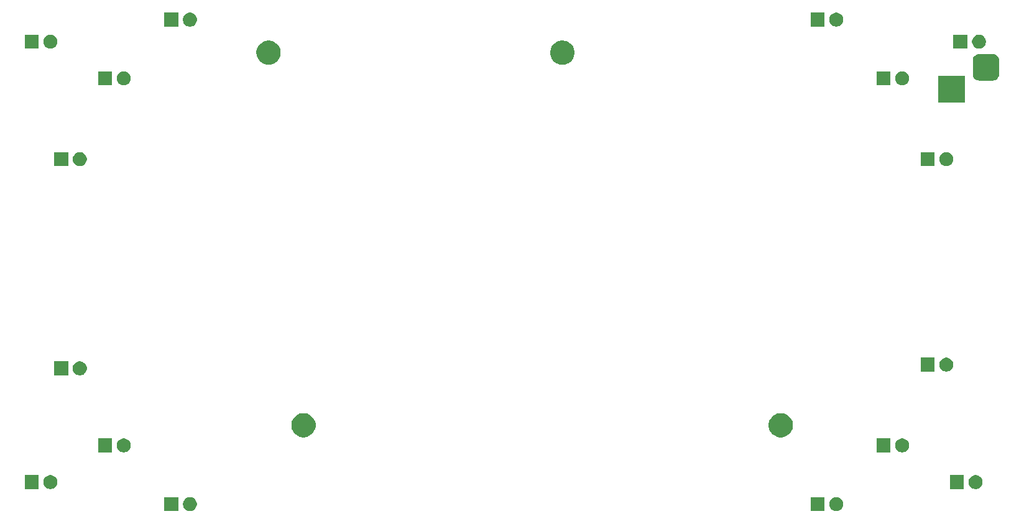
<source format=gbr>
G04 #@! TF.GenerationSoftware,KiCad,Pcbnew,(5.1.5)-3*
G04 #@! TF.CreationDate,2021-05-10T18:35:56+02:00*
G04 #@! TF.ProjectId,kicad,6b696361-642e-46b6-9963-61645f706362,rev?*
G04 #@! TF.SameCoordinates,Original*
G04 #@! TF.FileFunction,Soldermask,Top*
G04 #@! TF.FilePolarity,Negative*
%FSLAX46Y46*%
G04 Gerber Fmt 4.6, Leading zero omitted, Abs format (unit mm)*
G04 Created by KiCad (PCBNEW (5.1.5)-3) date 2021-05-10 18:35:56*
%MOMM*%
%LPD*%
G04 APERTURE LIST*
%ADD10C,0.100000*%
G04 APERTURE END LIST*
D10*
G36*
X91567395Y-147085546D02*
G01*
X91740466Y-147157234D01*
X91740467Y-147157235D01*
X91896227Y-147261310D01*
X92028690Y-147393773D01*
X92028691Y-147393775D01*
X92132766Y-147549534D01*
X92204454Y-147722605D01*
X92241000Y-147906333D01*
X92241000Y-148093667D01*
X92204454Y-148277395D01*
X92132766Y-148450466D01*
X92132765Y-148450467D01*
X92028690Y-148606227D01*
X91896227Y-148738690D01*
X91817818Y-148791081D01*
X91740466Y-148842766D01*
X91567395Y-148914454D01*
X91383667Y-148951000D01*
X91196333Y-148951000D01*
X91012605Y-148914454D01*
X90839534Y-148842766D01*
X90762182Y-148791081D01*
X90683773Y-148738690D01*
X90551310Y-148606227D01*
X90447235Y-148450467D01*
X90447234Y-148450466D01*
X90375546Y-148277395D01*
X90339000Y-148093667D01*
X90339000Y-147906333D01*
X90375546Y-147722605D01*
X90447234Y-147549534D01*
X90551309Y-147393775D01*
X90551310Y-147393773D01*
X90683773Y-147261310D01*
X90839533Y-147157235D01*
X90839534Y-147157234D01*
X91012605Y-147085546D01*
X91196333Y-147049000D01*
X91383667Y-147049000D01*
X91567395Y-147085546D01*
G37*
G36*
X177701000Y-148951000D02*
G01*
X175799000Y-148951000D01*
X175799000Y-147049000D01*
X177701000Y-147049000D01*
X177701000Y-148951000D01*
G37*
G36*
X179567395Y-147085546D02*
G01*
X179740466Y-147157234D01*
X179740467Y-147157235D01*
X179896227Y-147261310D01*
X180028690Y-147393773D01*
X180028691Y-147393775D01*
X180132766Y-147549534D01*
X180204454Y-147722605D01*
X180241000Y-147906333D01*
X180241000Y-148093667D01*
X180204454Y-148277395D01*
X180132766Y-148450466D01*
X180132765Y-148450467D01*
X180028690Y-148606227D01*
X179896227Y-148738690D01*
X179817818Y-148791081D01*
X179740466Y-148842766D01*
X179567395Y-148914454D01*
X179383667Y-148951000D01*
X179196333Y-148951000D01*
X179012605Y-148914454D01*
X178839534Y-148842766D01*
X178762182Y-148791081D01*
X178683773Y-148738690D01*
X178551310Y-148606227D01*
X178447235Y-148450467D01*
X178447234Y-148450466D01*
X178375546Y-148277395D01*
X178339000Y-148093667D01*
X178339000Y-147906333D01*
X178375546Y-147722605D01*
X178447234Y-147549534D01*
X178551309Y-147393775D01*
X178551310Y-147393773D01*
X178683773Y-147261310D01*
X178839533Y-147157235D01*
X178839534Y-147157234D01*
X179012605Y-147085546D01*
X179196333Y-147049000D01*
X179383667Y-147049000D01*
X179567395Y-147085546D01*
G37*
G36*
X89701000Y-148951000D02*
G01*
X87799000Y-148951000D01*
X87799000Y-147049000D01*
X89701000Y-147049000D01*
X89701000Y-148951000D01*
G37*
G36*
X196701000Y-145951000D02*
G01*
X194799000Y-145951000D01*
X194799000Y-144049000D01*
X196701000Y-144049000D01*
X196701000Y-145951000D01*
G37*
G36*
X72567395Y-144085546D02*
G01*
X72740466Y-144157234D01*
X72740467Y-144157235D01*
X72896227Y-144261310D01*
X73028690Y-144393773D01*
X73028691Y-144393775D01*
X73132766Y-144549534D01*
X73204454Y-144722605D01*
X73241000Y-144906333D01*
X73241000Y-145093667D01*
X73204454Y-145277395D01*
X73132766Y-145450466D01*
X73132765Y-145450467D01*
X73028690Y-145606227D01*
X72896227Y-145738690D01*
X72817818Y-145791081D01*
X72740466Y-145842766D01*
X72567395Y-145914454D01*
X72383667Y-145951000D01*
X72196333Y-145951000D01*
X72012605Y-145914454D01*
X71839534Y-145842766D01*
X71762182Y-145791081D01*
X71683773Y-145738690D01*
X71551310Y-145606227D01*
X71447235Y-145450467D01*
X71447234Y-145450466D01*
X71375546Y-145277395D01*
X71339000Y-145093667D01*
X71339000Y-144906333D01*
X71375546Y-144722605D01*
X71447234Y-144549534D01*
X71551309Y-144393775D01*
X71551310Y-144393773D01*
X71683773Y-144261310D01*
X71839533Y-144157235D01*
X71839534Y-144157234D01*
X72012605Y-144085546D01*
X72196333Y-144049000D01*
X72383667Y-144049000D01*
X72567395Y-144085546D01*
G37*
G36*
X70701000Y-145951000D02*
G01*
X68799000Y-145951000D01*
X68799000Y-144049000D01*
X70701000Y-144049000D01*
X70701000Y-145951000D01*
G37*
G36*
X198567395Y-144085546D02*
G01*
X198740466Y-144157234D01*
X198740467Y-144157235D01*
X198896227Y-144261310D01*
X199028690Y-144393773D01*
X199028691Y-144393775D01*
X199132766Y-144549534D01*
X199204454Y-144722605D01*
X199241000Y-144906333D01*
X199241000Y-145093667D01*
X199204454Y-145277395D01*
X199132766Y-145450466D01*
X199132765Y-145450467D01*
X199028690Y-145606227D01*
X198896227Y-145738690D01*
X198817818Y-145791081D01*
X198740466Y-145842766D01*
X198567395Y-145914454D01*
X198383667Y-145951000D01*
X198196333Y-145951000D01*
X198012605Y-145914454D01*
X197839534Y-145842766D01*
X197762182Y-145791081D01*
X197683773Y-145738690D01*
X197551310Y-145606227D01*
X197447235Y-145450467D01*
X197447234Y-145450466D01*
X197375546Y-145277395D01*
X197339000Y-145093667D01*
X197339000Y-144906333D01*
X197375546Y-144722605D01*
X197447234Y-144549534D01*
X197551309Y-144393775D01*
X197551310Y-144393773D01*
X197683773Y-144261310D01*
X197839533Y-144157235D01*
X197839534Y-144157234D01*
X198012605Y-144085546D01*
X198196333Y-144049000D01*
X198383667Y-144049000D01*
X198567395Y-144085546D01*
G37*
G36*
X80701000Y-140951000D02*
G01*
X78799000Y-140951000D01*
X78799000Y-139049000D01*
X80701000Y-139049000D01*
X80701000Y-140951000D01*
G37*
G36*
X82567395Y-139085546D02*
G01*
X82740466Y-139157234D01*
X82740467Y-139157235D01*
X82896227Y-139261310D01*
X83028690Y-139393773D01*
X83028691Y-139393775D01*
X83132766Y-139549534D01*
X83204454Y-139722605D01*
X83241000Y-139906333D01*
X83241000Y-140093667D01*
X83204454Y-140277395D01*
X83132766Y-140450466D01*
X83132765Y-140450467D01*
X83028690Y-140606227D01*
X82896227Y-140738690D01*
X82817818Y-140791081D01*
X82740466Y-140842766D01*
X82567395Y-140914454D01*
X82383667Y-140951000D01*
X82196333Y-140951000D01*
X82012605Y-140914454D01*
X81839534Y-140842766D01*
X81762182Y-140791081D01*
X81683773Y-140738690D01*
X81551310Y-140606227D01*
X81447235Y-140450467D01*
X81447234Y-140450466D01*
X81375546Y-140277395D01*
X81339000Y-140093667D01*
X81339000Y-139906333D01*
X81375546Y-139722605D01*
X81447234Y-139549534D01*
X81551309Y-139393775D01*
X81551310Y-139393773D01*
X81683773Y-139261310D01*
X81839533Y-139157235D01*
X81839534Y-139157234D01*
X82012605Y-139085546D01*
X82196333Y-139049000D01*
X82383667Y-139049000D01*
X82567395Y-139085546D01*
G37*
G36*
X186701000Y-140951000D02*
G01*
X184799000Y-140951000D01*
X184799000Y-139049000D01*
X186701000Y-139049000D01*
X186701000Y-140951000D01*
G37*
G36*
X188567395Y-139085546D02*
G01*
X188740466Y-139157234D01*
X188740467Y-139157235D01*
X188896227Y-139261310D01*
X189028690Y-139393773D01*
X189028691Y-139393775D01*
X189132766Y-139549534D01*
X189204454Y-139722605D01*
X189241000Y-139906333D01*
X189241000Y-140093667D01*
X189204454Y-140277395D01*
X189132766Y-140450466D01*
X189132765Y-140450467D01*
X189028690Y-140606227D01*
X188896227Y-140738690D01*
X188817818Y-140791081D01*
X188740466Y-140842766D01*
X188567395Y-140914454D01*
X188383667Y-140951000D01*
X188196333Y-140951000D01*
X188012605Y-140914454D01*
X187839534Y-140842766D01*
X187762182Y-140791081D01*
X187683773Y-140738690D01*
X187551310Y-140606227D01*
X187447235Y-140450467D01*
X187447234Y-140450466D01*
X187375546Y-140277395D01*
X187339000Y-140093667D01*
X187339000Y-139906333D01*
X187375546Y-139722605D01*
X187447234Y-139549534D01*
X187551309Y-139393775D01*
X187551310Y-139393773D01*
X187683773Y-139261310D01*
X187839533Y-139157235D01*
X187839534Y-139157234D01*
X188012605Y-139085546D01*
X188196333Y-139049000D01*
X188383667Y-139049000D01*
X188567395Y-139085546D01*
G37*
G36*
X107125256Y-135641298D02*
G01*
X107231579Y-135662447D01*
X107532042Y-135786903D01*
X107802451Y-135967585D01*
X108032415Y-136197549D01*
X108213097Y-136467958D01*
X108337553Y-136768421D01*
X108401000Y-137087391D01*
X108401000Y-137412609D01*
X108337553Y-137731579D01*
X108213097Y-138032042D01*
X108032415Y-138302451D01*
X107802451Y-138532415D01*
X107532042Y-138713097D01*
X107231579Y-138837553D01*
X107125256Y-138858702D01*
X106912611Y-138901000D01*
X106587389Y-138901000D01*
X106374744Y-138858702D01*
X106268421Y-138837553D01*
X105967958Y-138713097D01*
X105697549Y-138532415D01*
X105467585Y-138302451D01*
X105286903Y-138032042D01*
X105162447Y-137731579D01*
X105099000Y-137412609D01*
X105099000Y-137087391D01*
X105162447Y-136768421D01*
X105286903Y-136467958D01*
X105467585Y-136197549D01*
X105697549Y-135967585D01*
X105967958Y-135786903D01*
X106268421Y-135662447D01*
X106374744Y-135641298D01*
X106587389Y-135599000D01*
X106912611Y-135599000D01*
X107125256Y-135641298D01*
G37*
G36*
X172125256Y-135641298D02*
G01*
X172231579Y-135662447D01*
X172532042Y-135786903D01*
X172802451Y-135967585D01*
X173032415Y-136197549D01*
X173213097Y-136467958D01*
X173337553Y-136768421D01*
X173401000Y-137087391D01*
X173401000Y-137412609D01*
X173337553Y-137731579D01*
X173213097Y-138032042D01*
X173032415Y-138302451D01*
X172802451Y-138532415D01*
X172532042Y-138713097D01*
X172231579Y-138837553D01*
X172125256Y-138858702D01*
X171912611Y-138901000D01*
X171587389Y-138901000D01*
X171374744Y-138858702D01*
X171268421Y-138837553D01*
X170967958Y-138713097D01*
X170697549Y-138532415D01*
X170467585Y-138302451D01*
X170286903Y-138032042D01*
X170162447Y-137731579D01*
X170099000Y-137412609D01*
X170099000Y-137087391D01*
X170162447Y-136768421D01*
X170286903Y-136467958D01*
X170467585Y-136197549D01*
X170697549Y-135967585D01*
X170967958Y-135786903D01*
X171268421Y-135662447D01*
X171374744Y-135641298D01*
X171587389Y-135599000D01*
X171912611Y-135599000D01*
X172125256Y-135641298D01*
G37*
G36*
X74701000Y-130451000D02*
G01*
X72799000Y-130451000D01*
X72799000Y-128549000D01*
X74701000Y-128549000D01*
X74701000Y-130451000D01*
G37*
G36*
X76567395Y-128585546D02*
G01*
X76740466Y-128657234D01*
X76740467Y-128657235D01*
X76896227Y-128761310D01*
X77028690Y-128893773D01*
X77081081Y-128972182D01*
X77132766Y-129049534D01*
X77204454Y-129222605D01*
X77241000Y-129406333D01*
X77241000Y-129593667D01*
X77204454Y-129777395D01*
X77132766Y-129950466D01*
X77132765Y-129950467D01*
X77028690Y-130106227D01*
X76896227Y-130238690D01*
X76817818Y-130291081D01*
X76740466Y-130342766D01*
X76567395Y-130414454D01*
X76383667Y-130451000D01*
X76196333Y-130451000D01*
X76012605Y-130414454D01*
X75839534Y-130342766D01*
X75762182Y-130291081D01*
X75683773Y-130238690D01*
X75551310Y-130106227D01*
X75447235Y-129950467D01*
X75447234Y-129950466D01*
X75375546Y-129777395D01*
X75339000Y-129593667D01*
X75339000Y-129406333D01*
X75375546Y-129222605D01*
X75447234Y-129049534D01*
X75498919Y-128972182D01*
X75551310Y-128893773D01*
X75683773Y-128761310D01*
X75839533Y-128657235D01*
X75839534Y-128657234D01*
X76012605Y-128585546D01*
X76196333Y-128549000D01*
X76383667Y-128549000D01*
X76567395Y-128585546D01*
G37*
G36*
X194567395Y-128085546D02*
G01*
X194740466Y-128157234D01*
X194740467Y-128157235D01*
X194896227Y-128261310D01*
X195028690Y-128393773D01*
X195028691Y-128393775D01*
X195132766Y-128549534D01*
X195204454Y-128722605D01*
X195241000Y-128906333D01*
X195241000Y-129093667D01*
X195204454Y-129277395D01*
X195132766Y-129450466D01*
X195132765Y-129450467D01*
X195028690Y-129606227D01*
X194896227Y-129738690D01*
X194838299Y-129777396D01*
X194740466Y-129842766D01*
X194567395Y-129914454D01*
X194383667Y-129951000D01*
X194196333Y-129951000D01*
X194012605Y-129914454D01*
X193839534Y-129842766D01*
X193741701Y-129777396D01*
X193683773Y-129738690D01*
X193551310Y-129606227D01*
X193447235Y-129450467D01*
X193447234Y-129450466D01*
X193375546Y-129277395D01*
X193339000Y-129093667D01*
X193339000Y-128906333D01*
X193375546Y-128722605D01*
X193447234Y-128549534D01*
X193551309Y-128393775D01*
X193551310Y-128393773D01*
X193683773Y-128261310D01*
X193839533Y-128157235D01*
X193839534Y-128157234D01*
X194012605Y-128085546D01*
X194196333Y-128049000D01*
X194383667Y-128049000D01*
X194567395Y-128085546D01*
G37*
G36*
X192701000Y-129951000D02*
G01*
X190799000Y-129951000D01*
X190799000Y-128049000D01*
X192701000Y-128049000D01*
X192701000Y-129951000D01*
G37*
G36*
X74701000Y-101951000D02*
G01*
X72799000Y-101951000D01*
X72799000Y-100049000D01*
X74701000Y-100049000D01*
X74701000Y-101951000D01*
G37*
G36*
X194567395Y-100085546D02*
G01*
X194740466Y-100157234D01*
X194740467Y-100157235D01*
X194896227Y-100261310D01*
X195028690Y-100393773D01*
X195028691Y-100393775D01*
X195132766Y-100549534D01*
X195204454Y-100722605D01*
X195241000Y-100906333D01*
X195241000Y-101093667D01*
X195204454Y-101277395D01*
X195132766Y-101450466D01*
X195132765Y-101450467D01*
X195028690Y-101606227D01*
X194896227Y-101738690D01*
X194817818Y-101791081D01*
X194740466Y-101842766D01*
X194567395Y-101914454D01*
X194383667Y-101951000D01*
X194196333Y-101951000D01*
X194012605Y-101914454D01*
X193839534Y-101842766D01*
X193762182Y-101791081D01*
X193683773Y-101738690D01*
X193551310Y-101606227D01*
X193447235Y-101450467D01*
X193447234Y-101450466D01*
X193375546Y-101277395D01*
X193339000Y-101093667D01*
X193339000Y-100906333D01*
X193375546Y-100722605D01*
X193447234Y-100549534D01*
X193551309Y-100393775D01*
X193551310Y-100393773D01*
X193683773Y-100261310D01*
X193839533Y-100157235D01*
X193839534Y-100157234D01*
X194012605Y-100085546D01*
X194196333Y-100049000D01*
X194383667Y-100049000D01*
X194567395Y-100085546D01*
G37*
G36*
X76567395Y-100085546D02*
G01*
X76740466Y-100157234D01*
X76740467Y-100157235D01*
X76896227Y-100261310D01*
X77028690Y-100393773D01*
X77028691Y-100393775D01*
X77132766Y-100549534D01*
X77204454Y-100722605D01*
X77241000Y-100906333D01*
X77241000Y-101093667D01*
X77204454Y-101277395D01*
X77132766Y-101450466D01*
X77132765Y-101450467D01*
X77028690Y-101606227D01*
X76896227Y-101738690D01*
X76817818Y-101791081D01*
X76740466Y-101842766D01*
X76567395Y-101914454D01*
X76383667Y-101951000D01*
X76196333Y-101951000D01*
X76012605Y-101914454D01*
X75839534Y-101842766D01*
X75762182Y-101791081D01*
X75683773Y-101738690D01*
X75551310Y-101606227D01*
X75447235Y-101450467D01*
X75447234Y-101450466D01*
X75375546Y-101277395D01*
X75339000Y-101093667D01*
X75339000Y-100906333D01*
X75375546Y-100722605D01*
X75447234Y-100549534D01*
X75551309Y-100393775D01*
X75551310Y-100393773D01*
X75683773Y-100261310D01*
X75839533Y-100157235D01*
X75839534Y-100157234D01*
X76012605Y-100085546D01*
X76196333Y-100049000D01*
X76383667Y-100049000D01*
X76567395Y-100085546D01*
G37*
G36*
X192701000Y-101951000D02*
G01*
X190799000Y-101951000D01*
X190799000Y-100049000D01*
X192701000Y-100049000D01*
X192701000Y-101951000D01*
G37*
G36*
X196801000Y-93301000D02*
G01*
X193199000Y-93301000D01*
X193199000Y-89699000D01*
X196801000Y-89699000D01*
X196801000Y-93301000D01*
G37*
G36*
X82567395Y-89085546D02*
G01*
X82740466Y-89157234D01*
X82740467Y-89157235D01*
X82896227Y-89261310D01*
X83028690Y-89393773D01*
X83028691Y-89393775D01*
X83132766Y-89549534D01*
X83204454Y-89722605D01*
X83241000Y-89906333D01*
X83241000Y-90093667D01*
X83204454Y-90277395D01*
X83132766Y-90450466D01*
X83132765Y-90450467D01*
X83028690Y-90606227D01*
X82896227Y-90738690D01*
X82817818Y-90791081D01*
X82740466Y-90842766D01*
X82567395Y-90914454D01*
X82383667Y-90951000D01*
X82196333Y-90951000D01*
X82012605Y-90914454D01*
X81839534Y-90842766D01*
X81762182Y-90791081D01*
X81683773Y-90738690D01*
X81551310Y-90606227D01*
X81447235Y-90450467D01*
X81447234Y-90450466D01*
X81375546Y-90277395D01*
X81339000Y-90093667D01*
X81339000Y-89906333D01*
X81375546Y-89722605D01*
X81447234Y-89549534D01*
X81551309Y-89393775D01*
X81551310Y-89393773D01*
X81683773Y-89261310D01*
X81839533Y-89157235D01*
X81839534Y-89157234D01*
X82012605Y-89085546D01*
X82196333Y-89049000D01*
X82383667Y-89049000D01*
X82567395Y-89085546D01*
G37*
G36*
X80701000Y-90951000D02*
G01*
X78799000Y-90951000D01*
X78799000Y-89049000D01*
X80701000Y-89049000D01*
X80701000Y-90951000D01*
G37*
G36*
X186701000Y-90951000D02*
G01*
X184799000Y-90951000D01*
X184799000Y-89049000D01*
X186701000Y-89049000D01*
X186701000Y-90951000D01*
G37*
G36*
X188567395Y-89085546D02*
G01*
X188740466Y-89157234D01*
X188740467Y-89157235D01*
X188896227Y-89261310D01*
X189028690Y-89393773D01*
X189028691Y-89393775D01*
X189132766Y-89549534D01*
X189204454Y-89722605D01*
X189241000Y-89906333D01*
X189241000Y-90093667D01*
X189204454Y-90277395D01*
X189132766Y-90450466D01*
X189132765Y-90450467D01*
X189028690Y-90606227D01*
X188896227Y-90738690D01*
X188817818Y-90791081D01*
X188740466Y-90842766D01*
X188567395Y-90914454D01*
X188383667Y-90951000D01*
X188196333Y-90951000D01*
X188012605Y-90914454D01*
X187839534Y-90842766D01*
X187762182Y-90791081D01*
X187683773Y-90738690D01*
X187551310Y-90606227D01*
X187447235Y-90450467D01*
X187447234Y-90450466D01*
X187375546Y-90277395D01*
X187339000Y-90093667D01*
X187339000Y-89906333D01*
X187375546Y-89722605D01*
X187447234Y-89549534D01*
X187551309Y-89393775D01*
X187551310Y-89393773D01*
X187683773Y-89261310D01*
X187839533Y-89157235D01*
X187839534Y-89157234D01*
X188012605Y-89085546D01*
X188196333Y-89049000D01*
X188383667Y-89049000D01*
X188567395Y-89085546D01*
G37*
G36*
X200826366Y-86715695D02*
G01*
X200983460Y-86763349D01*
X201128231Y-86840731D01*
X201255128Y-86944872D01*
X201359269Y-87071769D01*
X201436651Y-87216540D01*
X201484305Y-87373634D01*
X201501000Y-87543140D01*
X201501000Y-89456860D01*
X201484305Y-89626366D01*
X201436651Y-89783460D01*
X201359269Y-89928231D01*
X201255128Y-90055128D01*
X201128231Y-90159269D01*
X200983460Y-90236651D01*
X200826366Y-90284305D01*
X200656860Y-90301000D01*
X198743140Y-90301000D01*
X198573634Y-90284305D01*
X198416540Y-90236651D01*
X198271769Y-90159269D01*
X198144872Y-90055128D01*
X198040731Y-89928231D01*
X197963349Y-89783460D01*
X197915695Y-89626366D01*
X197899000Y-89456860D01*
X197899000Y-87543140D01*
X197915695Y-87373634D01*
X197963349Y-87216540D01*
X198040731Y-87071769D01*
X198144872Y-86944872D01*
X198271769Y-86840731D01*
X198416540Y-86763349D01*
X198573634Y-86715695D01*
X198743140Y-86699000D01*
X200656860Y-86699000D01*
X200826366Y-86715695D01*
G37*
G36*
X102375256Y-84891298D02*
G01*
X102481579Y-84912447D01*
X102782042Y-85036903D01*
X103052451Y-85217585D01*
X103282415Y-85447549D01*
X103463097Y-85717958D01*
X103463098Y-85717960D01*
X103587553Y-86018422D01*
X103651000Y-86337389D01*
X103651000Y-86662611D01*
X103640441Y-86715695D01*
X103587553Y-86981579D01*
X103463097Y-87282042D01*
X103282415Y-87552451D01*
X103052451Y-87782415D01*
X102782042Y-87963097D01*
X102481579Y-88087553D01*
X102375256Y-88108702D01*
X102162611Y-88151000D01*
X101837389Y-88151000D01*
X101624744Y-88108702D01*
X101518421Y-88087553D01*
X101217958Y-87963097D01*
X100947549Y-87782415D01*
X100717585Y-87552451D01*
X100536903Y-87282042D01*
X100412447Y-86981579D01*
X100359559Y-86715695D01*
X100349000Y-86662611D01*
X100349000Y-86337389D01*
X100412447Y-86018422D01*
X100536902Y-85717960D01*
X100536903Y-85717958D01*
X100717585Y-85447549D01*
X100947549Y-85217585D01*
X101217958Y-85036903D01*
X101518421Y-84912447D01*
X101624744Y-84891298D01*
X101837389Y-84849000D01*
X102162611Y-84849000D01*
X102375256Y-84891298D01*
G37*
G36*
X142375256Y-84891298D02*
G01*
X142481579Y-84912447D01*
X142782042Y-85036903D01*
X143052451Y-85217585D01*
X143282415Y-85447549D01*
X143463097Y-85717958D01*
X143463098Y-85717960D01*
X143587553Y-86018422D01*
X143651000Y-86337389D01*
X143651000Y-86662611D01*
X143640441Y-86715695D01*
X143587553Y-86981579D01*
X143463097Y-87282042D01*
X143282415Y-87552451D01*
X143052451Y-87782415D01*
X142782042Y-87963097D01*
X142481579Y-88087553D01*
X142375256Y-88108702D01*
X142162611Y-88151000D01*
X141837389Y-88151000D01*
X141624744Y-88108702D01*
X141518421Y-88087553D01*
X141217958Y-87963097D01*
X140947549Y-87782415D01*
X140717585Y-87552451D01*
X140536903Y-87282042D01*
X140412447Y-86981579D01*
X140359559Y-86715695D01*
X140349000Y-86662611D01*
X140349000Y-86337389D01*
X140412447Y-86018422D01*
X140536902Y-85717960D01*
X140536903Y-85717958D01*
X140717585Y-85447549D01*
X140947549Y-85217585D01*
X141217958Y-85036903D01*
X141518421Y-84912447D01*
X141624744Y-84891298D01*
X141837389Y-84849000D01*
X142162611Y-84849000D01*
X142375256Y-84891298D01*
G37*
G36*
X70701000Y-85951000D02*
G01*
X68799000Y-85951000D01*
X68799000Y-84049000D01*
X70701000Y-84049000D01*
X70701000Y-85951000D01*
G37*
G36*
X197161000Y-85951000D02*
G01*
X195259000Y-85951000D01*
X195259000Y-84049000D01*
X197161000Y-84049000D01*
X197161000Y-85951000D01*
G37*
G36*
X199027395Y-84085546D02*
G01*
X199200466Y-84157234D01*
X199200467Y-84157235D01*
X199356227Y-84261310D01*
X199488690Y-84393773D01*
X199488691Y-84393775D01*
X199592766Y-84549534D01*
X199664454Y-84722605D01*
X199701000Y-84906333D01*
X199701000Y-85093667D01*
X199664454Y-85277395D01*
X199592766Y-85450466D01*
X199592765Y-85450467D01*
X199488690Y-85606227D01*
X199356227Y-85738690D01*
X199277818Y-85791081D01*
X199200466Y-85842766D01*
X199027395Y-85914454D01*
X198843667Y-85951000D01*
X198656333Y-85951000D01*
X198472605Y-85914454D01*
X198299534Y-85842766D01*
X198222182Y-85791081D01*
X198143773Y-85738690D01*
X198011310Y-85606227D01*
X197907235Y-85450467D01*
X197907234Y-85450466D01*
X197835546Y-85277395D01*
X197799000Y-85093667D01*
X197799000Y-84906333D01*
X197835546Y-84722605D01*
X197907234Y-84549534D01*
X198011309Y-84393775D01*
X198011310Y-84393773D01*
X198143773Y-84261310D01*
X198299533Y-84157235D01*
X198299534Y-84157234D01*
X198472605Y-84085546D01*
X198656333Y-84049000D01*
X198843667Y-84049000D01*
X199027395Y-84085546D01*
G37*
G36*
X72567395Y-84085546D02*
G01*
X72740466Y-84157234D01*
X72740467Y-84157235D01*
X72896227Y-84261310D01*
X73028690Y-84393773D01*
X73028691Y-84393775D01*
X73132766Y-84549534D01*
X73204454Y-84722605D01*
X73241000Y-84906333D01*
X73241000Y-85093667D01*
X73204454Y-85277395D01*
X73132766Y-85450466D01*
X73132765Y-85450467D01*
X73028690Y-85606227D01*
X72896227Y-85738690D01*
X72817818Y-85791081D01*
X72740466Y-85842766D01*
X72567395Y-85914454D01*
X72383667Y-85951000D01*
X72196333Y-85951000D01*
X72012605Y-85914454D01*
X71839534Y-85842766D01*
X71762182Y-85791081D01*
X71683773Y-85738690D01*
X71551310Y-85606227D01*
X71447235Y-85450467D01*
X71447234Y-85450466D01*
X71375546Y-85277395D01*
X71339000Y-85093667D01*
X71339000Y-84906333D01*
X71375546Y-84722605D01*
X71447234Y-84549534D01*
X71551309Y-84393775D01*
X71551310Y-84393773D01*
X71683773Y-84261310D01*
X71839533Y-84157235D01*
X71839534Y-84157234D01*
X72012605Y-84085546D01*
X72196333Y-84049000D01*
X72383667Y-84049000D01*
X72567395Y-84085546D01*
G37*
G36*
X89701000Y-82951000D02*
G01*
X87799000Y-82951000D01*
X87799000Y-81049000D01*
X89701000Y-81049000D01*
X89701000Y-82951000D01*
G37*
G36*
X179567395Y-81085546D02*
G01*
X179740466Y-81157234D01*
X179740467Y-81157235D01*
X179896227Y-81261310D01*
X180028690Y-81393773D01*
X180028691Y-81393775D01*
X180132766Y-81549534D01*
X180204454Y-81722605D01*
X180241000Y-81906333D01*
X180241000Y-82093667D01*
X180204454Y-82277395D01*
X180132766Y-82450466D01*
X180132765Y-82450467D01*
X180028690Y-82606227D01*
X179896227Y-82738690D01*
X179817818Y-82791081D01*
X179740466Y-82842766D01*
X179567395Y-82914454D01*
X179383667Y-82951000D01*
X179196333Y-82951000D01*
X179012605Y-82914454D01*
X178839534Y-82842766D01*
X178762182Y-82791081D01*
X178683773Y-82738690D01*
X178551310Y-82606227D01*
X178447235Y-82450467D01*
X178447234Y-82450466D01*
X178375546Y-82277395D01*
X178339000Y-82093667D01*
X178339000Y-81906333D01*
X178375546Y-81722605D01*
X178447234Y-81549534D01*
X178551309Y-81393775D01*
X178551310Y-81393773D01*
X178683773Y-81261310D01*
X178839533Y-81157235D01*
X178839534Y-81157234D01*
X179012605Y-81085546D01*
X179196333Y-81049000D01*
X179383667Y-81049000D01*
X179567395Y-81085546D01*
G37*
G36*
X177701000Y-82951000D02*
G01*
X175799000Y-82951000D01*
X175799000Y-81049000D01*
X177701000Y-81049000D01*
X177701000Y-82951000D01*
G37*
G36*
X91567395Y-81085546D02*
G01*
X91740466Y-81157234D01*
X91740467Y-81157235D01*
X91896227Y-81261310D01*
X92028690Y-81393773D01*
X92028691Y-81393775D01*
X92132766Y-81549534D01*
X92204454Y-81722605D01*
X92241000Y-81906333D01*
X92241000Y-82093667D01*
X92204454Y-82277395D01*
X92132766Y-82450466D01*
X92132765Y-82450467D01*
X92028690Y-82606227D01*
X91896227Y-82738690D01*
X91817818Y-82791081D01*
X91740466Y-82842766D01*
X91567395Y-82914454D01*
X91383667Y-82951000D01*
X91196333Y-82951000D01*
X91012605Y-82914454D01*
X90839534Y-82842766D01*
X90762182Y-82791081D01*
X90683773Y-82738690D01*
X90551310Y-82606227D01*
X90447235Y-82450467D01*
X90447234Y-82450466D01*
X90375546Y-82277395D01*
X90339000Y-82093667D01*
X90339000Y-81906333D01*
X90375546Y-81722605D01*
X90447234Y-81549534D01*
X90551309Y-81393775D01*
X90551310Y-81393773D01*
X90683773Y-81261310D01*
X90839533Y-81157235D01*
X90839534Y-81157234D01*
X91012605Y-81085546D01*
X91196333Y-81049000D01*
X91383667Y-81049000D01*
X91567395Y-81085546D01*
G37*
M02*

</source>
